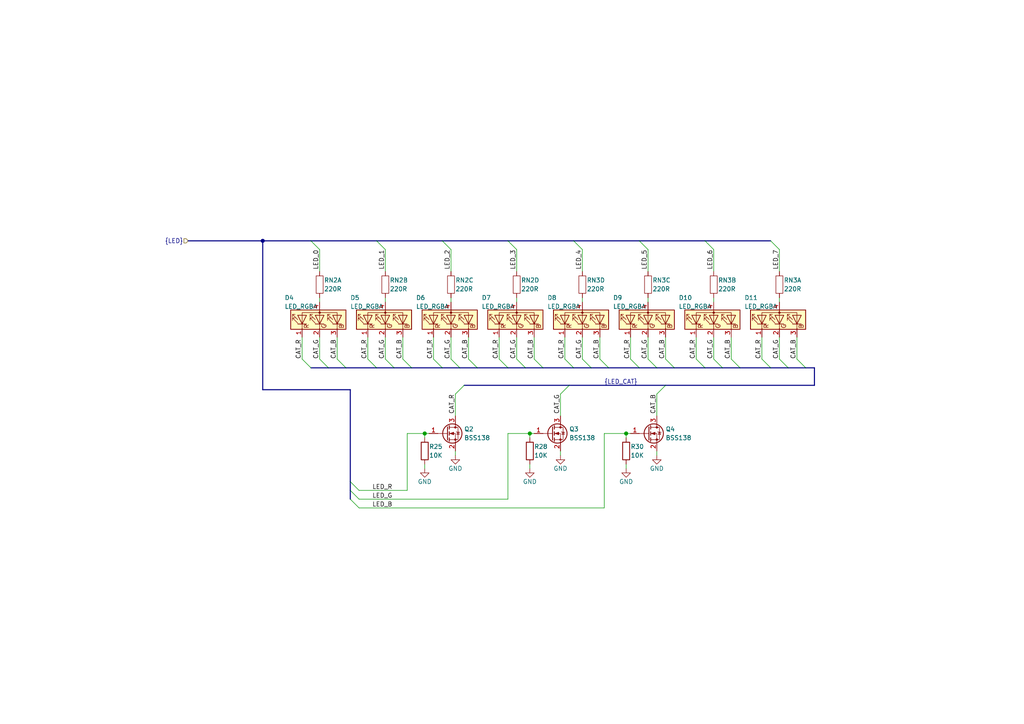
<source format=kicad_sch>
(kicad_sch (version 20200827) (generator eeschema)
  (page 2 5)
  (paper "A4")
  (lib_symbols
    (symbol "Device:R" (pin_numbers hide) (pin_names (offset 0))
      (property "Reference" "R" (at 2.032 0 90))
      (property "Value" "R" (at 0 0 90))
      (symbol "R_0_1"
        (rectangle (start -1.016 -2.54) (end 1.016 2.54) (stroke (width 0.254)))
      )
      (symbol "R_1_1"
        (pin passive line (at 0 3.81 270) (length 1.27) (name "~") (number "1"))
        (pin passive line (at 0 -3.81 90) (length 1.27) (name "~") (number "2"))
      )
    )
    (symbol "Transistor_FET:BSS138" (pin_names hide)
      (property "Reference" "Q" (at 5.08 1.905 0))
      (property "Value" "BSS138" (at 5.08 0 0))
      (symbol "BSS138_0_1"
        (circle (center 1.651 0) (radius 2.794) (stroke (width 0.254)))
        (circle (center 2.54 -1.778) (radius 0.254) (fill (type outline)))
        (circle (center 2.54 1.778) (radius 0.254) (fill (type outline)))
        (polyline (pts (xy 0.254 0) (xy -2.54 0)))
        (polyline (pts (xy 0.254 1.905) (xy 0.254 -1.905)) (stroke (width 0.254)))
        (polyline (pts (xy 0.762 -1.27) (xy 0.762 -2.286)) (stroke (width 0.254)))
        (polyline (pts (xy 0.762 0.508) (xy 0.762 -0.508)) (stroke (width 0.254)))
        (polyline (pts (xy 0.762 2.286) (xy 0.762 1.27)) (stroke (width 0.254)))
        (polyline (pts (xy 2.54 2.54) (xy 2.54 1.778)))
        (polyline (pts (xy 2.54 -2.54) (xy 2.54 0) (xy 0.762 0)))
        (polyline (pts (xy 0.762 -1.778) (xy 3.302 -1.778) (xy 3.302 1.778) (xy 0.762 1.778)))
        (polyline (pts (xy 1.016 0) (xy 2.032 0.381) (xy 2.032 -0.381) (xy 1.016 0)) (fill (type outline)))
        (polyline (pts (xy 2.794 0.508) (xy 2.921 0.381) (xy 3.683 0.381) (xy 3.81 0.254)))
        (polyline (pts (xy 3.302 0.381) (xy 2.921 -0.254) (xy 3.683 -0.254) (xy 3.302 0.381)))
      )
      (symbol "BSS138_1_1"
        (pin input line (at -5.08 0 0) (length 2.54) (name "G") (number "1"))
        (pin passive line (at 2.54 -5.08 90) (length 2.54) (name "S") (number "2"))
        (pin passive line (at 2.54 5.08 270) (length 2.54) (name "D") (number "3"))
      )
    )
    (symbol "josh-led:LED_RGBA" (pin_names (offset 0) hide)
      (property "Reference" "D" (at 0 9.398 0))
      (property "Value" "LED_RGBA" (at 0 -8.89 0))
      (symbol "LED_RGBA_0_1"
        (circle (center 2.032 0) (radius 0.254) (fill (type outline)))
        (rectangle (start 1.27 6.35) (end 1.27 6.35))
        (rectangle (start 2.794 8.382) (end -2.794 -7.62) (stroke (width 0.254)) (fill (type background)))
        (polyline (pts (xy -2.54 -5.08) (xy 1.27 -5.08)))
        (polyline (pts (xy -1.27 -3.81) (xy -1.27 -6.35)) (stroke (width 0.2032)))
        (polyline (pts (xy -1.27 1.27) (xy -1.27 -1.27)) (stroke (width 0.2032)))
        (polyline (pts (xy -1.27 6.35) (xy -1.27 3.81)) (stroke (width 0.2032)))
        (polyline (pts (xy 1.27 5.08) (xy -2.54 5.08)))
        (polyline (pts (xy 2.54 0) (xy -2.54 0)))
        (polyline (pts (xy 1.27 -5.08) (xy 2.032 -5.08) (xy 2.032 5.08) (xy 1.27 5.08)))
        (polyline (pts (xy 1.27 -3.81) (xy 1.27 -6.35) (xy -1.27 -5.08) (xy 1.27 -3.81)) (stroke (width 0.2032)))
        (polyline (pts (xy 1.27 1.27) (xy 1.27 -1.27) (xy -1.27 0) (xy 1.27 1.27)) (stroke (width 0.2032)))
        (polyline (pts (xy 1.27 6.35) (xy 1.27 3.81) (xy -1.27 5.08) (xy 1.27 6.35)) (stroke (width 0.2032)))
        (polyline (pts (xy -1.016 -3.81) (xy 0.508 -2.286) (xy -0.254 -2.286) (xy 0.508 -2.286) (xy 0.508 -3.048)))
        (polyline (pts (xy -1.016 1.27) (xy 0.508 2.794) (xy -0.254 2.794) (xy 0.508 2.794) (xy 0.508 2.032)))
        (polyline (pts (xy -1.016 6.35) (xy 0.508 7.874) (xy -0.254 7.874) (xy 0.508 7.874) (xy 0.508 7.112)))
        (polyline (pts (xy 0 -3.81) (xy 1.524 -2.286) (xy 0.762 -2.286) (xy 1.524 -2.286) (xy 1.524 -3.048)))
        (polyline (pts (xy 0 1.27) (xy 1.524 2.794) (xy 0.762 2.794) (xy 1.524 2.794) (xy 1.524 2.032)))
        (polyline (pts (xy 0 6.35) (xy 1.524 7.874) (xy 0.762 7.874) (xy 1.524 7.874) (xy 1.524 7.112)))
      )
      (symbol "LED_RGBA_0_0"
        (text "B" (at -1.905 -6.35 0) (effects (font (size 1.27 1.27))))
        (text "G" (at -1.905 -1.27 0) (effects (font (size 1.27 1.27))))
        (text "R" (at -1.905 3.81 0) (effects (font (size 1.27 1.27))))
      )
      (symbol "LED_RGBA_1_1"
        (pin passive line (at -5.08 5.08 0) (length 2.54) (name "RK") (number "1"))
        (pin passive line (at -5.08 0 0) (length 2.54) (name "GK") (number "2"))
        (pin passive line (at -5.08 -5.08 0) (length 2.54) (name "BK") (number "3"))
        (pin passive line (at 5.08 0 180) (length 2.54) (name "A") (number "4"))
      )
    )
    (symbol "josh-passive:RN" (pin_numbers hide) (pin_names (offset 0))
      (property "Reference" "RN" (at 0 1.778 0))
      (property "Value" "RN" (at 0 0 0))
      (symbol "RN_0_1"
        (rectangle (start -2.54 -1.016) (end 2.54 1.016))
      )
      (symbol "RN_1_1"
        (pin passive line (at -3.81 0 0) (length 1.27) (name "~") (number "4"))
        (pin passive line (at 3.81 0 180) (length 1.27) (name "~") (number "5"))
      )
      (symbol "RN_2_1"
        (pin passive line (at -3.81 0 0) (length 1.27) (name "~") (number "3"))
        (pin passive line (at 3.81 0 180) (length 1.27) (name "~") (number "6"))
      )
      (symbol "RN_3_1"
        (pin passive line (at -3.81 0 0) (length 1.27) (name "~") (number "2"))
        (pin passive line (at 3.81 0 180) (length 1.27) (name "~") (number "7"))
      )
      (symbol "RN_4_1"
        (pin passive line (at -3.81 0 0) (length 1.27) (name "~") (number "1"))
        (pin passive line (at 3.81 0 180) (length 1.27) (name "~") (number "8"))
      )
    )
    (symbol "power:GND" (power) (pin_names (offset 0))
      (property "Value" "GND" (at 0 -3.81 0))
      (symbol "GND_0_1"
        (polyline (pts (xy 0 0) (xy 0 -1.27) (xy 1.27 -1.27) (xy 0 -2.54) (xy -1.27 -1.27) (xy 0 -1.27)))
      )
      (symbol "GND_1_1"
        (pin power_in line (at 0 0 270) (length 0) hide (name "GND") (number "1"))
      )
    )
  )
  (bus_alias "LED_CAT" (members "CAT_R" "CAT_G" "CAT_B"))
  (junction (at 123.19 125.73) (diameter 1.016))
  (junction (at 153.67 125.73) (diameter 1.016))
  (junction (at 181.61 125.73) (diameter 1.016))
  (junction (at 76.2 69.85) (diameter 1.016))
  (bus_entry (at 87.63 104.14) (size 2.54 2.54) (stroke (width 0.1524)))
  (bus_entry (at 90.17 69.85) (size 2.54 2.54) (stroke (width 0.1524)))
  (bus_entry (at 92.71 104.14) (size 2.54 2.54) (stroke (width 0.1524)))
  (bus_entry (at 97.79 104.14) (size 2.54 2.54) (stroke (width 0.1524)))
  (bus_entry (at 101.6 139.7) (size 2.54 2.54) (stroke (width 0.1524)))
  (bus_entry (at 101.6 142.24) (size 2.54 2.54) (stroke (width 0.1524)))
  (bus_entry (at 101.6 144.78) (size 2.54 2.54) (stroke (width 0.1524)))
  (bus_entry (at 106.68 104.14) (size 2.54 2.54) (stroke (width 0.1524)))
  (bus_entry (at 109.22 69.85) (size 2.54 2.54) (stroke (width 0.1524)))
  (bus_entry (at 111.76 104.14) (size 2.54 2.54) (stroke (width 0.1524)))
  (bus_entry (at 116.84 104.14) (size 2.54 2.54) (stroke (width 0.1524)))
  (bus_entry (at 125.73 104.14) (size 2.54 2.54) (stroke (width 0.1524)))
  (bus_entry (at 128.27 69.85) (size 2.54 2.54) (stroke (width 0.1524)))
  (bus_entry (at 130.81 104.14) (size 2.54 2.54) (stroke (width 0.1524)))
  (bus_entry (at 134.62 111.76) (size -2.54 2.54) (stroke (width 0.1524)))
  (bus_entry (at 135.89 104.14) (size 2.54 2.54) (stroke (width 0.1524)))
  (bus_entry (at 144.78 104.14) (size 2.54 2.54) (stroke (width 0.1524)))
  (bus_entry (at 147.32 69.85) (size 2.54 2.54) (stroke (width 0.1524)))
  (bus_entry (at 149.86 104.14) (size 2.54 2.54) (stroke (width 0.1524)))
  (bus_entry (at 154.94 104.14) (size 2.54 2.54) (stroke (width 0.1524)))
  (bus_entry (at 163.83 104.14) (size 2.54 2.54) (stroke (width 0.1524)))
  (bus_entry (at 165.1 111.76) (size -2.54 2.54) (stroke (width 0.1524)))
  (bus_entry (at 166.37 69.85) (size 2.54 2.54) (stroke (width 0.1524)))
  (bus_entry (at 168.91 104.14) (size 2.54 2.54) (stroke (width 0.1524)))
  (bus_entry (at 173.99 104.14) (size 2.54 2.54) (stroke (width 0.1524)))
  (bus_entry (at 182.88 104.14) (size 2.54 2.54) (stroke (width 0.1524)))
  (bus_entry (at 185.42 69.85) (size 2.54 2.54) (stroke (width 0.1524)))
  (bus_entry (at 187.96 104.14) (size 2.54 2.54) (stroke (width 0.1524)))
  (bus_entry (at 193.04 104.14) (size 2.54 2.54) (stroke (width 0.1524)))
  (bus_entry (at 193.04 111.76) (size -2.54 2.54) (stroke (width 0.1524)))
  (bus_entry (at 201.93 104.14) (size 2.54 2.54) (stroke (width 0.1524)))
  (bus_entry (at 204.47 69.85) (size 2.54 2.54) (stroke (width 0.1524)))
  (bus_entry (at 207.01 104.14) (size 2.54 2.54) (stroke (width 0.1524)))
  (bus_entry (at 212.09 104.14) (size 2.54 2.54) (stroke (width 0.1524)))
  (bus_entry (at 220.98 104.14) (size 2.54 2.54) (stroke (width 0.1524)))
  (bus_entry (at 223.52 69.85) (size 2.54 2.54) (stroke (width 0.1524)))
  (bus_entry (at 226.06 104.14) (size 2.54 2.54) (stroke (width 0.1524)))
  (bus_entry (at 231.14 104.14) (size 2.54 2.54) (stroke (width 0.1524)))
  (wire (pts (xy 87.63 97.79) (xy 87.63 104.14)))
  (wire (pts (xy 92.71 72.39) (xy 92.71 78.74)))
  (wire (pts (xy 92.71 86.36) (xy 92.71 87.63)))
  (wire (pts (xy 92.71 97.79) (xy 92.71 104.14)))
  (wire (pts (xy 97.79 97.79) (xy 97.79 104.14)))
  (wire (pts (xy 104.14 142.24) (xy 118.11 142.24)))
  (wire (pts (xy 104.14 144.78) (xy 147.32 144.78)))
  (wire (pts (xy 104.14 147.32) (xy 175.26 147.32)))
  (wire (pts (xy 106.68 97.79) (xy 106.68 104.14)))
  (wire (pts (xy 111.76 72.39) (xy 111.76 78.74)))
  (wire (pts (xy 111.76 86.36) (xy 111.76 87.63)))
  (wire (pts (xy 111.76 97.79) (xy 111.76 104.14)))
  (wire (pts (xy 116.84 97.79) (xy 116.84 104.14)))
  (wire (pts (xy 118.11 125.73) (xy 118.11 142.24)))
  (wire (pts (xy 118.11 125.73) (xy 123.19 125.73)))
  (wire (pts (xy 123.19 125.73) (xy 123.19 127)))
  (wire (pts (xy 123.19 125.73) (xy 124.46 125.73)))
  (wire (pts (xy 123.19 134.62) (xy 123.19 135.89)))
  (wire (pts (xy 125.73 97.79) (xy 125.73 104.14)))
  (wire (pts (xy 130.81 72.39) (xy 130.81 78.74)))
  (wire (pts (xy 130.81 86.36) (xy 130.81 87.63)))
  (wire (pts (xy 130.81 97.79) (xy 130.81 104.14)))
  (wire (pts (xy 132.08 120.65) (xy 132.08 114.3)))
  (wire (pts (xy 132.08 130.81) (xy 132.08 132.08)))
  (wire (pts (xy 135.89 97.79) (xy 135.89 104.14)))
  (wire (pts (xy 144.78 97.79) (xy 144.78 104.14)))
  (wire (pts (xy 147.32 125.73) (xy 147.32 144.78)))
  (wire (pts (xy 147.32 125.73) (xy 153.67 125.73)))
  (wire (pts (xy 149.86 72.39) (xy 149.86 78.74)))
  (wire (pts (xy 149.86 86.36) (xy 149.86 87.63)))
  (wire (pts (xy 149.86 97.79) (xy 149.86 104.14)))
  (wire (pts (xy 153.67 125.73) (xy 153.67 127)))
  (wire (pts (xy 153.67 125.73) (xy 154.94 125.73)))
  (wire (pts (xy 153.67 134.62) (xy 153.67 135.89)))
  (wire (pts (xy 154.94 97.79) (xy 154.94 104.14)))
  (wire (pts (xy 162.56 120.65) (xy 162.56 114.3)))
  (wire (pts (xy 162.56 130.81) (xy 162.56 132.08)))
  (wire (pts (xy 163.83 97.79) (xy 163.83 104.14)))
  (wire (pts (xy 168.91 72.39) (xy 168.91 78.74)))
  (wire (pts (xy 168.91 86.36) (xy 168.91 87.63)))
  (wire (pts (xy 168.91 97.79) (xy 168.91 104.14)))
  (wire (pts (xy 173.99 97.79) (xy 173.99 104.14)))
  (wire (pts (xy 175.26 125.73) (xy 175.26 147.32)))
  (wire (pts (xy 175.26 125.73) (xy 181.61 125.73)))
  (wire (pts (xy 181.61 125.73) (xy 181.61 127)))
  (wire (pts (xy 181.61 125.73) (xy 182.88 125.73)))
  (wire (pts (xy 181.61 134.62) (xy 181.61 135.89)))
  (wire (pts (xy 182.88 97.79) (xy 182.88 104.14)))
  (wire (pts (xy 187.96 72.39) (xy 187.96 78.74)))
  (wire (pts (xy 187.96 86.36) (xy 187.96 87.63)))
  (wire (pts (xy 187.96 97.79) (xy 187.96 104.14)))
  (wire (pts (xy 190.5 120.65) (xy 190.5 114.3)))
  (wire (pts (xy 190.5 130.81) (xy 190.5 132.08)))
  (wire (pts (xy 193.04 97.79) (xy 193.04 104.14)))
  (wire (pts (xy 201.93 97.79) (xy 201.93 104.14)))
  (wire (pts (xy 207.01 72.39) (xy 207.01 78.74)))
  (wire (pts (xy 207.01 86.36) (xy 207.01 87.63)))
  (wire (pts (xy 207.01 97.79) (xy 207.01 104.14)))
  (wire (pts (xy 212.09 97.79) (xy 212.09 104.14)))
  (wire (pts (xy 220.98 97.79) (xy 220.98 104.14)))
  (wire (pts (xy 226.06 72.39) (xy 226.06 78.74)))
  (wire (pts (xy 226.06 86.36) (xy 226.06 87.63)))
  (wire (pts (xy 226.06 97.79) (xy 226.06 104.14)))
  (wire (pts (xy 231.14 97.79) (xy 231.14 104.14)))
  (bus (pts (xy 54.61 69.85) (xy 76.2 69.85)))
  (bus (pts (xy 76.2 69.85) (xy 90.17 69.85)))
  (bus (pts (xy 76.2 113.03) (xy 76.2 69.85)))
  (bus (pts (xy 90.17 69.85) (xy 109.22 69.85)))
  (bus (pts (xy 90.17 106.68) (xy 95.25 106.68)))
  (bus (pts (xy 95.25 106.68) (xy 100.33 106.68)))
  (bus (pts (xy 100.33 106.68) (xy 109.22 106.68)))
  (bus (pts (xy 101.6 113.03) (xy 76.2 113.03)))
  (bus (pts (xy 101.6 113.03) (xy 101.6 139.7)))
  (bus (pts (xy 101.6 139.7) (xy 101.6 142.24)))
  (bus (pts (xy 101.6 142.24) (xy 101.6 144.78)))
  (bus (pts (xy 109.22 69.85) (xy 128.27 69.85)))
  (bus (pts (xy 109.22 106.68) (xy 114.3 106.68)))
  (bus (pts (xy 114.3 106.68) (xy 119.38 106.68)))
  (bus (pts (xy 119.38 106.68) (xy 128.27 106.68)))
  (bus (pts (xy 128.27 69.85) (xy 147.32 69.85)))
  (bus (pts (xy 128.27 106.68) (xy 133.35 106.68)))
  (bus (pts (xy 133.35 106.68) (xy 138.43 106.68)))
  (bus (pts (xy 134.62 111.76) (xy 165.1 111.76)))
  (bus (pts (xy 138.43 106.68) (xy 147.32 106.68)))
  (bus (pts (xy 147.32 69.85) (xy 166.37 69.85)))
  (bus (pts (xy 147.32 106.68) (xy 152.4 106.68)))
  (bus (pts (xy 152.4 106.68) (xy 157.48 106.68)))
  (bus (pts (xy 157.48 106.68) (xy 166.37 106.68)))
  (bus (pts (xy 165.1 111.76) (xy 193.04 111.76)))
  (bus (pts (xy 166.37 69.85) (xy 185.42 69.85)))
  (bus (pts (xy 166.37 106.68) (xy 171.45 106.68)))
  (bus (pts (xy 171.45 106.68) (xy 176.53 106.68)))
  (bus (pts (xy 176.53 106.68) (xy 185.42 106.68)))
  (bus (pts (xy 185.42 69.85) (xy 204.47 69.85)))
  (bus (pts (xy 185.42 106.68) (xy 190.5 106.68)))
  (bus (pts (xy 190.5 106.68) (xy 195.58 106.68)))
  (bus (pts (xy 193.04 111.76) (xy 236.22 111.76)))
  (bus (pts (xy 195.58 106.68) (xy 204.47 106.68)))
  (bus (pts (xy 204.47 69.85) (xy 223.52 69.85)))
  (bus (pts (xy 204.47 106.68) (xy 209.55 106.68)))
  (bus (pts (xy 209.55 106.68) (xy 214.63 106.68)))
  (bus (pts (xy 214.63 106.68) (xy 223.52 106.68)))
  (bus (pts (xy 223.52 106.68) (xy 228.6 106.68)))
  (bus (pts (xy 228.6 106.68) (xy 233.68 106.68)))
  (bus (pts (xy 233.68 106.68) (xy 236.22 106.68)))
  (bus (pts (xy 236.22 106.68) (xy 236.22 111.76)))
  (label "CAT_R" (at 87.63 104.14 90))
  (label "LED_0" (at 92.71 72.39 270))
  (label "CAT_G" (at 92.71 104.14 90))
  (label "CAT_B" (at 97.79 104.14 90))
  (label "CAT_R" (at 106.68 104.14 90))
  (label "LED_R" (at 107.95 142.24 0))
  (label "LED_G" (at 107.95 144.78 0))
  (label "LED_B" (at 107.95 147.32 0))
  (label "LED_1" (at 111.76 72.39 270))
  (label "CAT_G" (at 111.76 104.14 90))
  (label "CAT_B" (at 116.84 104.14 90))
  (label "CAT_R" (at 125.73 104.14 90))
  (label "LED_2" (at 130.81 72.39 270))
  (label "CAT_G" (at 130.81 104.14 90))
  (label "CAT_R" (at 132.08 114.3 270))
  (label "CAT_B" (at 135.89 104.14 90))
  (label "CAT_R" (at 144.78 104.14 90))
  (label "LED_3" (at 149.86 72.39 270))
  (label "CAT_G" (at 149.86 104.14 90))
  (label "CAT_B" (at 154.94 104.14 90))
  (label "CAT_G" (at 162.56 114.3 270))
  (label "CAT_R" (at 163.83 104.14 90))
  (label "LED_4" (at 168.91 72.39 270))
  (label "CAT_G" (at 168.91 104.14 90))
  (label "CAT_B" (at 173.99 104.14 90))
  (label "{LED_CAT}" (at 175.26 111.76 0))
  (label "CAT_R" (at 182.88 104.14 90))
  (label "LED_5" (at 187.96 72.39 270))
  (label "CAT_G" (at 187.96 104.14 90))
  (label "CAT_B" (at 190.5 114.3 270))
  (label "CAT_B" (at 193.04 104.14 90))
  (label "CAT_R" (at 201.93 104.14 90))
  (label "LED_6" (at 207.01 72.39 270))
  (label "CAT_G" (at 207.01 104.14 90))
  (label "CAT_B" (at 212.09 104.14 90))
  (label "CAT_R" (at 220.98 104.14 90))
  (label "LED_7" (at 226.06 72.39 270))
  (label "CAT_G" (at 226.06 104.14 90))
  (label "CAT_B" (at 231.14 104.14 90))
  (hierarchical_label "{LED}" (shape input) (at 54.61 69.85 180))
  (symbol (lib_id "power:GND") (at 123.19 135.89 0) (unit 1)
    (property "Reference" "#PWR040" (effects hide))
    (property "Value" "GND" (at 123.19 139.7 0))
  )
  (symbol (lib_id "power:GND") (at 132.08 132.08 0) (unit 1)
    (property "Reference" "#PWR041" (effects hide))
    (property "Value" "GND" (at 132.08 135.89 0))
  )
  (symbol (lib_id "power:GND") (at 153.67 135.89 0) (unit 1)
    (property "Reference" "#PWR042" (effects hide))
    (property "Value" "GND" (at 153.67 139.7 0))
  )
  (symbol (lib_id "power:GND") (at 162.56 132.08 0) (unit 1)
    (property "Reference" "#PWR043" (effects hide))
    (property "Value" "GND" (at 162.56 135.89 0))
  )
  (symbol (lib_id "power:GND") (at 181.61 135.89 0) (unit 1)
    (property "Reference" "#PWR044" (effects hide))
    (property "Value" "GND" (at 181.61 139.7 0))
  )
  (symbol (lib_id "power:GND") (at 190.5 132.08 0) (unit 1)
    (property "Reference" "#PWR045" (effects hide))
    (property "Value" "GND" (at 190.5 135.89 0))
  )
  (symbol (lib_id "josh-passive:RN") (at 92.71 82.55 90) (unit 1)
    (property "Reference" "RN2" (at 93.98 81.28 90) (effects (justify right)))
    (property "Value" "220R" (at 93.98 83.82 90) (effects (justify right)))
    (property "Footprint" "Resistor_SMD:R_Array_Convex_4x0402" (effects hide))
  )
  (symbol (lib_id "josh-passive:RN") (at 111.76 82.55 90) (unit 2)
    (property "Reference" "RN2" (at 113.03 81.28 90) (effects (justify right)))
    (property "Value" "220R" (at 113.03 83.82 90) (effects (justify right)))
    (property "Footprint" "Resistor_SMD:R_Array_Convex_4x0402" (effects hide))
  )
  (symbol (lib_id "josh-passive:RN") (at 130.81 82.55 90) (unit 3)
    (property "Reference" "RN2" (at 132.08 81.28 90) (effects (justify right)))
    (property "Value" "220R" (at 132.08 83.82 90) (effects (justify right)))
    (property "Footprint" "Resistor_SMD:R_Array_Convex_4x0402" (effects hide))
  )
  (symbol (lib_id "josh-passive:RN") (at 149.86 82.55 90) (unit 4)
    (property "Reference" "RN2" (at 151.13 81.28 90) (effects (justify right)))
    (property "Value" "220R" (at 151.13 83.82 90) (effects (justify right)))
    (property "Footprint" "Resistor_SMD:R_Array_Convex_4x0402" (effects hide))
  )
  (symbol (lib_id "josh-passive:RN") (at 168.91 82.55 90) (unit 4)
    (property "Reference" "RN3" (at 170.18 81.28 90) (effects (justify right)))
    (property "Value" "220R" (at 170.18 83.82 90) (effects (justify right)))
    (property "Footprint" "Resistor_SMD:R_Array_Convex_4x0402" (effects hide))
  )
  (symbol (lib_id "josh-passive:RN") (at 187.96 82.55 90) (unit 3)
    (property "Reference" "RN3" (at 189.23 81.28 90) (effects (justify right)))
    (property "Value" "220R" (at 189.23 83.82 90) (effects (justify right)))
    (property "Footprint" "Resistor_SMD:R_Array_Convex_4x0402" (effects hide))
  )
  (symbol (lib_id "josh-passive:RN") (at 207.01 82.55 90) (unit 2)
    (property "Reference" "RN3" (at 208.28 81.28 90) (effects (justify right)))
    (property "Value" "220R" (at 208.28 83.82 90) (effects (justify right)))
    (property "Footprint" "Resistor_SMD:R_Array_Convex_4x0402" (effects hide))
  )
  (symbol (lib_id "josh-passive:RN") (at 226.06 82.55 90) (unit 1)
    (property "Reference" "RN3" (at 227.33 81.28 90) (effects (justify right)))
    (property "Value" "220R" (at 227.33 83.82 90) (effects (justify right)))
    (property "Footprint" "Resistor_SMD:R_Array_Convex_4x0402" (effects hide))
  )
  (symbol (lib_id "Device:R") (at 123.19 130.81 0) (unit 1)
    (property "Reference" "R25" (at 124.46 129.54 0) (effects (justify left)))
    (property "Value" "10K" (at 124.46 132.08 0) (effects (justify left)))
    (property "Footprint" "Resistor_SMD:R_0402_1005Metric" (effects hide))
  )
  (symbol (lib_id "Device:R") (at 153.67 130.81 0) (unit 1)
    (property "Reference" "R28" (at 154.94 129.54 0) (effects (justify left)))
    (property "Value" "10K" (at 154.94 132.08 0) (effects (justify left)))
    (property "Footprint" "Resistor_SMD:R_0402_1005Metric" (effects hide))
  )
  (symbol (lib_id "Device:R") (at 181.61 130.81 0) (unit 1)
    (property "Reference" "R30" (at 182.88 129.54 0) (effects (justify left)))
    (property "Value" "10K" (at 182.88 132.08 0) (effects (justify left)))
    (property "Footprint" "Resistor_SMD:R_0402_1005Metric" (effects hide))
  )
  (symbol (lib_id "Transistor_FET:BSS138") (at 129.54 125.73 0) (unit 1)
    (property "Reference" "Q2" (at 134.62 124.46 0) (effects (justify left)))
    (property "Value" "BSS138" (at 134.62 127 0) (effects (justify left)))
    (property "Footprint" "Package_TO_SOT_SMD:SOT-323_SC-70" (effects hide))
    (property "Datasheet" "https://www.onsemi.com/pub/Collateral/BSS138-D.PDF" (effects hide))
  )
  (symbol (lib_id "Transistor_FET:BSS138") (at 160.02 125.73 0) (unit 1)
    (property "Reference" "Q3" (at 165.1 124.46 0) (effects (justify left)))
    (property "Value" "BSS138" (at 165.1 127 0) (effects (justify left)))
    (property "Footprint" "Package_TO_SOT_SMD:SOT-323_SC-70" (effects hide))
    (property "Datasheet" "https://www.onsemi.com/pub/Collateral/BSS138-D.PDF" (effects hide))
  )
  (symbol (lib_id "Transistor_FET:BSS138") (at 187.96 125.73 0) (unit 1)
    (property "Reference" "Q4" (at 193.04 124.46 0) (effects (justify left)))
    (property "Value" "BSS138" (at 193.04 127 0) (effects (justify left)))
    (property "Footprint" "Package_TO_SOT_SMD:SOT-323_SC-70" (effects hide))
    (property "Datasheet" "https://www.onsemi.com/pub/Collateral/BSS138-D.PDF" (effects hide))
  )
  (symbol (lib_id "josh-led:LED_RGBA") (at 92.71 92.71 90) (unit 1)
    (property "Reference" "D4" (at 82.55 86.36 90) (effects (justify right)))
    (property "Value" "LED_RGBA" (at 82.55 88.9 90) (effects (justify right)))
    (property "Footprint" "josh-led:LED_0606_E6C0606RGBC3UDA" (effects hide))
  )
  (symbol (lib_id "josh-led:LED_RGBA") (at 111.76 92.71 90) (unit 1)
    (property "Reference" "D5" (at 101.6 86.36 90) (effects (justify right)))
    (property "Value" "LED_RGBA" (at 101.6 88.9 90) (effects (justify right)))
    (property "Footprint" "josh-led:LED_0606_E6C0606RGBC3UDA" (effects hide))
  )
  (symbol (lib_id "josh-led:LED_RGBA") (at 130.81 92.71 90) (unit 1)
    (property "Reference" "D6" (at 120.65 86.36 90) (effects (justify right)))
    (property "Value" "LED_RGBA" (at 120.65 88.9 90) (effects (justify right)))
    (property "Footprint" "josh-led:LED_0606_E6C0606RGBC3UDA" (effects hide))
  )
  (symbol (lib_id "josh-led:LED_RGBA") (at 149.86 92.71 90) (unit 1)
    (property "Reference" "D7" (at 139.7 86.36 90) (effects (justify right)))
    (property "Value" "LED_RGBA" (at 139.7 88.9 90) (effects (justify right)))
    (property "Footprint" "josh-led:LED_0606_E6C0606RGBC3UDA" (effects hide))
  )
  (symbol (lib_id "josh-led:LED_RGBA") (at 168.91 92.71 90) (unit 1)
    (property "Reference" "D8" (at 158.75 86.36 90) (effects (justify right)))
    (property "Value" "LED_RGBA" (at 158.75 88.9 90) (effects (justify right)))
    (property "Footprint" "josh-led:LED_0606_E6C0606RGBC3UDA" (effects hide))
  )
  (symbol (lib_id "josh-led:LED_RGBA") (at 187.96 92.71 90) (unit 1)
    (property "Reference" "D9" (at 177.8 86.36 90) (effects (justify right)))
    (property "Value" "LED_RGBA" (at 177.8 88.9 90) (effects (justify right)))
    (property "Footprint" "josh-led:LED_0606_E6C0606RGBC3UDA" (effects hide))
  )
  (symbol (lib_id "josh-led:LED_RGBA") (at 207.01 92.71 90) (unit 1)
    (property "Reference" "D10" (at 196.85 86.36 90) (effects (justify right)))
    (property "Value" "LED_RGBA" (at 196.85 88.9 90) (effects (justify right)))
    (property "Footprint" "josh-led:LED_0606_E6C0606RGBC3UDA" (effects hide))
  )
  (symbol (lib_id "josh-led:LED_RGBA") (at 226.06 92.71 90) (unit 1)
    (property "Reference" "D11" (at 215.9 86.36 90) (effects (justify right)))
    (property "Value" "LED_RGBA" (at 215.9 88.9 90) (effects (justify right)))
    (property "Footprint" "josh-led:LED_0606_E6C0606RGBC3UDA" (effects hide))
  )
)
</source>
